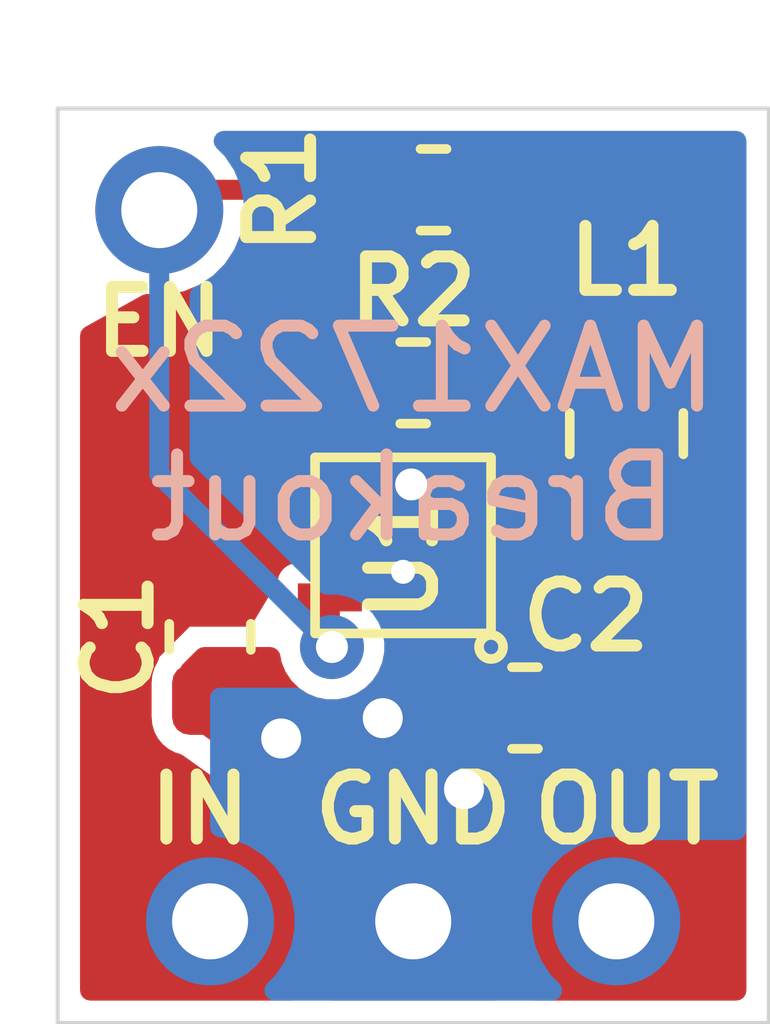
<source format=kicad_pcb>
(kicad_pcb (version 20171130) (host pcbnew "(5.1.6)-1")

  (general
    (thickness 1.6)
    (drawings 9)
    (tracks 24)
    (zones 0)
    (modules 8)
    (nets 7)
  )

  (page A4)
  (layers
    (0 F.Cu signal)
    (31 B.Cu signal)
    (32 B.Adhes user)
    (33 F.Adhes user)
    (34 B.Paste user)
    (35 F.Paste user)
    (36 B.SilkS user)
    (37 F.SilkS user)
    (38 B.Mask user)
    (39 F.Mask user)
    (40 Dwgs.User user)
    (41 Cmts.User user)
    (42 Eco1.User user)
    (43 Eco2.User user)
    (44 Edge.Cuts user)
    (45 Margin user)
    (46 B.CrtYd user)
    (47 F.CrtYd user)
    (48 B.Fab user)
    (49 F.Fab user)
  )

  (setup
    (last_trace_width 0.25)
    (trace_clearance 0.2)
    (zone_clearance 0.254)
    (zone_45_only no)
    (trace_min 0.2)
    (via_size 0.8)
    (via_drill 0.4)
    (via_min_size 0.4)
    (via_min_drill 0.3)
    (uvia_size 0.3)
    (uvia_drill 0.1)
    (uvias_allowed no)
    (uvia_min_size 0.2)
    (uvia_min_drill 0.1)
    (edge_width 0.05)
    (segment_width 0.2)
    (pcb_text_width 0.3)
    (pcb_text_size 1.5 1.5)
    (mod_edge_width 0.12)
    (mod_text_size 1 1)
    (mod_text_width 0.15)
    (pad_size 1.524 1.524)
    (pad_drill 0.762)
    (pad_to_mask_clearance 0.05)
    (aux_axis_origin 124.46 63.5)
    (grid_origin 124.46 63.5)
    (visible_elements 7FFDFFFF)
    (pcbplotparams
      (layerselection 0x010fc_ffffffff)
      (usegerberextensions true)
      (usegerberattributes false)
      (usegerberadvancedattributes false)
      (creategerberjobfile false)
      (excludeedgelayer true)
      (linewidth 0.100000)
      (plotframeref false)
      (viasonmask false)
      (mode 1)
      (useauxorigin false)
      (hpglpennumber 1)
      (hpglpenspeed 20)
      (hpglpendiameter 15.000000)
      (psnegative false)
      (psa4output false)
      (plotreference true)
      (plotvalue true)
      (plotinvisibletext false)
      (padsonsilk false)
      (subtractmaskfromsilk true)
      (outputformat 1)
      (mirror false)
      (drillshape 0)
      (scaleselection 1)
      (outputdirectory "gerber/"))
  )

  (net 0 "")
  (net 1 GND)
  (net 2 VIN)
  (net 3 VOUT)
  (net 4 EN)
  (net 5 "Net-(L1-Pad2)")
  (net 6 "Net-(R2-Pad1)")

  (net_class Default "This is the default net class."
    (clearance 0.2)
    (trace_width 0.25)
    (via_dia 0.8)
    (via_drill 0.4)
    (uvia_dia 0.3)
    (uvia_drill 0.1)
    (add_net EN)
    (add_net GND)
    (add_net "Net-(L1-Pad2)")
    (add_net "Net-(R2-Pad1)")
    (add_net VIN)
    (add_net VOUT)
  )

  (module footprints:uDFN-6 (layer F.Cu) (tedit 5EF2FEAD) (tstamp 5EF35C4A)
    (at 128.778 57.531 180)
    (path /5EC44C13)
    (fp_text reference U1 (at 0 -0.127 90 unlocked) (layer F.SilkS)
      (effects (font (size 0.8 0.8) (thickness 0.15)))
    )
    (fp_text value MAX1722x (at 0 2.032) (layer F.Fab)
      (effects (font (size 1 1) (thickness 0.15)))
    )
    (fp_circle (center -1.1 -1.27) (end -0.95 -1.27) (layer F.SilkS) (width 0.12))
    (fp_line (start -1.1 -1.1) (end 1.1 -1.1) (layer F.SilkS) (width 0.12))
    (fp_line (start 1.1 -1.1) (end 1.1 1.1) (layer F.SilkS) (width 0.12))
    (fp_line (start 1.1 1.1) (end -1.1 1.1) (layer F.SilkS) (width 0.12))
    (fp_line (start -1.1 1.1) (end -1.1 -1.1) (layer F.SilkS) (width 0.12))
    (pad 4 smd rect (at 0.915 0.65 180) (size 0.8 0.35) (layers F.Cu F.Paste F.Mask)
      (net 6 "Net-(R2-Pad1)"))
    (pad 5 smd rect (at 0.915 0 180) (size 0.8 0.35) (layers F.Cu F.Paste F.Mask)
      (net 2 VIN))
    (pad 6 smd rect (at 0.915 -0.65 180) (size 0.8 0.35) (layers F.Cu F.Paste F.Mask)
      (net 4 EN))
    (pad 3 smd rect (at -0.915 0.65 180) (size 0.8 0.35) (layers F.Cu F.Paste F.Mask)
      (net 1 GND))
    (pad 2 smd rect (at -0.915 0 180) (size 0.8 0.35) (layers F.Cu F.Paste F.Mask)
      (net 5 "Net-(L1-Pad2)"))
    (pad 1 smd rect (at -0.915 -0.65 180) (size 0.8 0.35) (layers F.Cu F.Paste F.Mask)
      (net 3 VOUT))
  )

  (module Resistor_SMD:R_0603_1608Metric (layer F.Cu) (tedit 5B301BBD) (tstamp 5EF370E2)
    (at 128.905 55.499)
    (descr "Resistor SMD 0603 (1608 Metric), square (rectangular) end terminal, IPC_7351 nominal, (Body size source: http://www.tortai-tech.com/upload/download/2011102023233369053.pdf), generated with kicad-footprint-generator")
    (tags resistor)
    (path /5EC3B6EF)
    (attr smd)
    (fp_text reference R2 (at 0 -1.143 180) (layer F.SilkS)
      (effects (font (size 0.8 0.8) (thickness 0.15)))
    )
    (fp_text value R (at 0 1.43) (layer F.Fab)
      (effects (font (size 1 1) (thickness 0.15)))
    )
    (fp_line (start 1.48 0.73) (end -1.48 0.73) (layer F.CrtYd) (width 0.05))
    (fp_line (start 1.48 -0.73) (end 1.48 0.73) (layer F.CrtYd) (width 0.05))
    (fp_line (start -1.48 -0.73) (end 1.48 -0.73) (layer F.CrtYd) (width 0.05))
    (fp_line (start -1.48 0.73) (end -1.48 -0.73) (layer F.CrtYd) (width 0.05))
    (fp_line (start -0.162779 0.51) (end 0.162779 0.51) (layer F.SilkS) (width 0.12))
    (fp_line (start -0.162779 -0.51) (end 0.162779 -0.51) (layer F.SilkS) (width 0.12))
    (fp_line (start 0.8 0.4) (end -0.8 0.4) (layer F.Fab) (width 0.1))
    (fp_line (start 0.8 -0.4) (end 0.8 0.4) (layer F.Fab) (width 0.1))
    (fp_line (start -0.8 -0.4) (end 0.8 -0.4) (layer F.Fab) (width 0.1))
    (fp_line (start -0.8 0.4) (end -0.8 -0.4) (layer F.Fab) (width 0.1))
    (fp_text user %R (at 0 0) (layer F.Fab)
      (effects (font (size 0.4 0.4) (thickness 0.06)))
    )
    (pad 2 smd roundrect (at 0.7875 0) (size 0.875 0.95) (layers F.Cu F.Paste F.Mask) (roundrect_rratio 0.25)
      (net 1 GND))
    (pad 1 smd roundrect (at -0.7875 0) (size 0.875 0.95) (layers F.Cu F.Paste F.Mask) (roundrect_rratio 0.25)
      (net 6 "Net-(R2-Pad1)"))
    (model ${KISYS3DMOD}/Resistor_SMD.3dshapes/R_0603_1608Metric.wrl
      (at (xyz 0 0 0))
      (scale (xyz 1 1 1))
      (rotate (xyz 0 0 0))
    )
  )

  (module Resistor_SMD:R_0603_1608Metric (layer F.Cu) (tedit 5B301BBD) (tstamp 5EF39A7C)
    (at 129.159 53.086)
    (descr "Resistor SMD 0603 (1608 Metric), square (rectangular) end terminal, IPC_7351 nominal, (Body size source: http://www.tortai-tech.com/upload/download/2011102023233369053.pdf), generated with kicad-footprint-generator")
    (tags resistor)
    (path /5EC3B21E)
    (attr smd)
    (fp_text reference R1 (at -1.905 0 90 unlocked) (layer F.SilkS)
      (effects (font (size 0.8 0.8) (thickness 0.15)))
    )
    (fp_text value 33M (at 0 1.43) (layer F.Fab)
      (effects (font (size 1 1) (thickness 0.15)))
    )
    (fp_line (start -0.8 0.4) (end -0.8 -0.4) (layer F.Fab) (width 0.1))
    (fp_line (start -0.8 -0.4) (end 0.8 -0.4) (layer F.Fab) (width 0.1))
    (fp_line (start 0.8 -0.4) (end 0.8 0.4) (layer F.Fab) (width 0.1))
    (fp_line (start 0.8 0.4) (end -0.8 0.4) (layer F.Fab) (width 0.1))
    (fp_line (start -0.162779 -0.51) (end 0.162779 -0.51) (layer F.SilkS) (width 0.12))
    (fp_line (start -0.162779 0.51) (end 0.162779 0.51) (layer F.SilkS) (width 0.12))
    (fp_line (start -1.48 0.73) (end -1.48 -0.73) (layer F.CrtYd) (width 0.05))
    (fp_line (start -1.48 -0.73) (end 1.48 -0.73) (layer F.CrtYd) (width 0.05))
    (fp_line (start 1.48 -0.73) (end 1.48 0.73) (layer F.CrtYd) (width 0.05))
    (fp_line (start 1.48 0.73) (end -1.48 0.73) (layer F.CrtYd) (width 0.05))
    (fp_text user %R (at 0 0) (layer F.Fab)
      (effects (font (size 0.4 0.4) (thickness 0.06)))
    )
    (pad 1 smd roundrect (at -0.7875 0) (size 0.875 0.95) (layers F.Cu F.Paste F.Mask) (roundrect_rratio 0.25)
      (net 4 EN))
    (pad 2 smd roundrect (at 0.7875 0) (size 0.875 0.95) (layers F.Cu F.Paste F.Mask) (roundrect_rratio 0.25)
      (net 2 VIN))
    (model ${KISYS3DMOD}/Resistor_SMD.3dshapes/R_0603_1608Metric.wrl
      (at (xyz 0 0 0))
      (scale (xyz 1 1 1))
      (rotate (xyz 0 0 0))
    )
  )

  (module Inductor_SMD:L_0805_2012Metric (layer F.Cu) (tedit 5B36C52B) (tstamp 5EF38DC3)
    (at 131.572 56.134 270)
    (descr "Inductor SMD 0805 (2012 Metric), square (rectangular) end terminal, IPC_7351 nominal, (Body size source: https://docs.google.com/spreadsheets/d/1BsfQQcO9C6DZCsRaXUlFlo91Tg2WpOkGARC1WS5S8t0/edit?usp=sharing), generated with kicad-footprint-generator")
    (tags inductor)
    (path /5EC3A753)
    (attr smd)
    (fp_text reference L1 (at -2.159 0 180) (layer F.SilkS)
      (effects (font (size 0.8 0.8) (thickness 0.15)))
    )
    (fp_text value L (at 0 1.65 90) (layer F.Fab)
      (effects (font (size 1 1) (thickness 0.15)))
    )
    (fp_line (start 1.68 0.95) (end -1.68 0.95) (layer F.CrtYd) (width 0.05))
    (fp_line (start 1.68 -0.95) (end 1.68 0.95) (layer F.CrtYd) (width 0.05))
    (fp_line (start -1.68 -0.95) (end 1.68 -0.95) (layer F.CrtYd) (width 0.05))
    (fp_line (start -1.68 0.95) (end -1.68 -0.95) (layer F.CrtYd) (width 0.05))
    (fp_line (start -0.258578 0.71) (end 0.258578 0.71) (layer F.SilkS) (width 0.12))
    (fp_line (start -0.258578 -0.71) (end 0.258578 -0.71) (layer F.SilkS) (width 0.12))
    (fp_line (start 1 0.6) (end -1 0.6) (layer F.Fab) (width 0.1))
    (fp_line (start 1 -0.6) (end 1 0.6) (layer F.Fab) (width 0.1))
    (fp_line (start -1 -0.6) (end 1 -0.6) (layer F.Fab) (width 0.1))
    (fp_line (start -1 0.6) (end -1 -0.6) (layer F.Fab) (width 0.1))
    (fp_text user %R (at 0 0 90) (layer F.Fab)
      (effects (font (size 0.5 0.5) (thickness 0.08)))
    )
    (pad 2 smd roundrect (at 0.9375 0 270) (size 0.975 1.4) (layers F.Cu F.Paste F.Mask) (roundrect_rratio 0.25)
      (net 5 "Net-(L1-Pad2)"))
    (pad 1 smd roundrect (at -0.9375 0 270) (size 0.975 1.4) (layers F.Cu F.Paste F.Mask) (roundrect_rratio 0.25)
      (net 2 VIN))
    (model ${KISYS3DMOD}/Inductor_SMD.3dshapes/L_0805_2012Metric.wrl
      (at (xyz 0 0 0))
      (scale (xyz 1 1 1))
      (rotate (xyz 0 0 0))
    )
  )

  (module footprints:Connector_2.54mm_01 (layer F.Cu) (tedit 5EB63F94) (tstamp 5EF3743C)
    (at 125.73 53.34)
    (path /5EC4DCD9)
    (fp_text reference J2 (at 0 -1.778) (layer F.Fab)
      (effects (font (size 1 1) (thickness 0.15)))
    )
    (fp_text value Conn_01x01 (at 0 -3.302) (layer F.Fab) hide
      (effects (font (size 1 1) (thickness 0.15)))
    )
    (pad 1 thru_hole circle (at 0 0) (size 1.6 1.6) (drill 0.95) (layers *.Cu *.Mask)
      (net 4 EN))
  )

  (module footprints:Connector_2.54mm_03 (layer F.Cu) (tedit 5EB63FEA) (tstamp 5EF35C03)
    (at 126.365 62.23 90)
    (path /5EC4CDAA)
    (fp_text reference J1 (at 0 -1.778 90) (layer F.Fab)
      (effects (font (size 1 1) (thickness 0.15)))
    )
    (fp_text value Conn_01x03 (at 0 -3.302 90) (layer F.Fab) hide
      (effects (font (size 1 1) (thickness 0.15)))
    )
    (pad 3 thru_hole circle (at 0 5.08 90) (size 1.6 1.6) (drill 0.95) (layers *.Cu *.Mask)
      (net 3 VOUT))
    (pad 2 thru_hole circle (at 0 2.54 90) (size 1.6 1.6) (drill 0.95) (layers *.Cu *.Mask)
      (net 1 GND))
    (pad 1 thru_hole circle (at 0 0 90) (size 1.6 1.6) (drill 0.95) (layers *.Cu *.Mask)
      (net 2 VIN))
  )

  (module Capacitor_SMD:C_0603_1608Metric (layer F.Cu) (tedit 5B301BBE) (tstamp 5EF38F19)
    (at 130.302 59.563 180)
    (descr "Capacitor SMD 0603 (1608 Metric), square (rectangular) end terminal, IPC_7351 nominal, (Body size source: http://www.tortai-tech.com/upload/download/2011102023233369053.pdf), generated with kicad-footprint-generator")
    (tags capacitor)
    (path /5EC3AF87)
    (attr smd)
    (fp_text reference C2 (at -0.762 1.143 unlocked) (layer F.SilkS)
      (effects (font (size 0.8 0.8) (thickness 0.15)))
    )
    (fp_text value 10uF (at 0 1.43) (layer F.Fab)
      (effects (font (size 1 1) (thickness 0.15)))
    )
    (fp_line (start 1.48 0.73) (end -1.48 0.73) (layer F.CrtYd) (width 0.05))
    (fp_line (start 1.48 -0.73) (end 1.48 0.73) (layer F.CrtYd) (width 0.05))
    (fp_line (start -1.48 -0.73) (end 1.48 -0.73) (layer F.CrtYd) (width 0.05))
    (fp_line (start -1.48 0.73) (end -1.48 -0.73) (layer F.CrtYd) (width 0.05))
    (fp_line (start -0.162779 0.51) (end 0.162779 0.51) (layer F.SilkS) (width 0.12))
    (fp_line (start -0.162779 -0.51) (end 0.162779 -0.51) (layer F.SilkS) (width 0.12))
    (fp_line (start 0.8 0.4) (end -0.8 0.4) (layer F.Fab) (width 0.1))
    (fp_line (start 0.8 -0.4) (end 0.8 0.4) (layer F.Fab) (width 0.1))
    (fp_line (start -0.8 -0.4) (end 0.8 -0.4) (layer F.Fab) (width 0.1))
    (fp_line (start -0.8 0.4) (end -0.8 -0.4) (layer F.Fab) (width 0.1))
    (fp_text user %R (at 0 0) (layer F.Fab)
      (effects (font (size 0.4 0.4) (thickness 0.06)))
    )
    (pad 2 smd roundrect (at 0.7875 0 180) (size 0.875 0.95) (layers F.Cu F.Paste F.Mask) (roundrect_rratio 0.25)
      (net 1 GND))
    (pad 1 smd roundrect (at -0.7875 0 180) (size 0.875 0.95) (layers F.Cu F.Paste F.Mask) (roundrect_rratio 0.25)
      (net 3 VOUT))
    (model ${KISYS3DMOD}/Capacitor_SMD.3dshapes/C_0603_1608Metric.wrl
      (at (xyz 0 0 0))
      (scale (xyz 1 1 1))
      (rotate (xyz 0 0 0))
    )
  )

  (module Capacitor_SMD:C_0603_1608Metric (layer F.Cu) (tedit 5B301BBE) (tstamp 5EF365A4)
    (at 126.365 58.674 270)
    (descr "Capacitor SMD 0603 (1608 Metric), square (rectangular) end terminal, IPC_7351 nominal, (Body size source: http://www.tortai-tech.com/upload/download/2011102023233369053.pdf), generated with kicad-footprint-generator")
    (tags capacitor)
    (path /5EC3A1A0)
    (attr smd)
    (fp_text reference C1 (at 0 1.143 90) (layer F.SilkS)
      (effects (font (size 0.8 0.8) (thickness 0.15)))
    )
    (fp_text value 10uF (at 0 1.43 90) (layer F.Fab)
      (effects (font (size 1 1) (thickness 0.15)))
    )
    (fp_line (start 1.48 0.73) (end -1.48 0.73) (layer F.CrtYd) (width 0.05))
    (fp_line (start 1.48 -0.73) (end 1.48 0.73) (layer F.CrtYd) (width 0.05))
    (fp_line (start -1.48 -0.73) (end 1.48 -0.73) (layer F.CrtYd) (width 0.05))
    (fp_line (start -1.48 0.73) (end -1.48 -0.73) (layer F.CrtYd) (width 0.05))
    (fp_line (start -0.162779 0.51) (end 0.162779 0.51) (layer F.SilkS) (width 0.12))
    (fp_line (start -0.162779 -0.51) (end 0.162779 -0.51) (layer F.SilkS) (width 0.12))
    (fp_line (start 0.8 0.4) (end -0.8 0.4) (layer F.Fab) (width 0.1))
    (fp_line (start 0.8 -0.4) (end 0.8 0.4) (layer F.Fab) (width 0.1))
    (fp_line (start -0.8 -0.4) (end 0.8 -0.4) (layer F.Fab) (width 0.1))
    (fp_line (start -0.8 0.4) (end -0.8 -0.4) (layer F.Fab) (width 0.1))
    (fp_text user %R (at 0 0 90) (layer F.Fab)
      (effects (font (size 0.4 0.4) (thickness 0.06)))
    )
    (pad 2 smd roundrect (at 0.7875 0 270) (size 0.875 0.95) (layers F.Cu F.Paste F.Mask) (roundrect_rratio 0.25)
      (net 1 GND))
    (pad 1 smd roundrect (at -0.7875 0 270) (size 0.875 0.95) (layers F.Cu F.Paste F.Mask) (roundrect_rratio 0.25)
      (net 2 VIN))
    (model ${KISYS3DMOD}/Capacitor_SMD.3dshapes/C_0603_1608Metric.wrl
      (at (xyz 0 0 0))
      (scale (xyz 1 1 1))
      (rotate (xyz 0 0 0))
    )
  )

  (gr_text EN (at 125.73 54.737) (layer F.SilkS) (tstamp 5EF34C5B)
    (effects (font (size 0.8 0.8) (thickness 0.15)))
  )
  (gr_text "MAX1722x\nBreakout" (at 128.905 56.134) (layer B.SilkS)
    (effects (font (size 1 1) (thickness 0.15)) (justify mirror))
  )
  (gr_text GND (at 128.905 60.833) (layer F.SilkS)
    (effects (font (size 0.8 0.8) (thickness 0.15)))
  )
  (gr_text OUT (at 131.572 60.833) (layer F.SilkS)
    (effects (font (size 0.8 0.8) (thickness 0.15)))
  )
  (gr_text IN (at 126.238 60.833) (layer F.SilkS) (tstamp 5EF34C56)
    (effects (font (size 0.8 0.8) (thickness 0.15)))
  )
  (gr_line (start 124.46 52.07) (end 124.46 63.5) (layer Edge.Cuts) (width 0.05) (tstamp 5EF36AE8))
  (gr_line (start 133.35 52.07) (end 124.46 52.07) (layer Edge.Cuts) (width 0.05))
  (gr_line (start 133.35 63.5) (end 133.35 52.07) (layer Edge.Cuts) (width 0.05))
  (gr_line (start 124.46 63.5) (end 133.35 63.5) (layer Edge.Cuts) (width 0.05))

  (segment (start 129.693 55.4995) (end 129.6925 55.499) (width 0.25) (layer F.Cu) (net 1) (status 30))
  (segment (start 129.693 56.881) (end 129.693 55.4995) (width 0.25) (layer F.Cu) (net 1) (status 30))
  (via (at 127.254 59.944) (size 0.8) (drill 0.5) (layers F.Cu B.Cu) (net 1))
  (via (at 129.54 60.579) (size 0.8) (drill 0.5) (layers F.Cu B.Cu) (net 1))
  (via (at 128.524 59.69) (size 0.8) (drill 0.5) (layers F.Cu B.Cu) (net 1))
  (via (at 128.8796 56.769) (size 0.7) (drill 0.4) (layers F.Cu B.Cu) (net 1))
  (segment (start 128.9916 56.881) (end 128.8796 56.769) (width 0.25) (layer F.Cu) (net 1))
  (segment (start 129.693 56.881) (end 128.9916 56.881) (width 0.25) (layer F.Cu) (net 1) (status 10))
  (via (at 128.778 57.8612) (size 0.6) (drill 0.3) (layers F.Cu B.Cu) (net 1) (tstamp 5EF34EA2))
  (segment (start 129.9465 53.086) (end 129.9465 54.1275) (width 0.25) (layer F.Cu) (net 2) (status 10))
  (segment (start 131.0155 55.1965) (end 131.572 55.1965) (width 0.25) (layer F.Cu) (net 2) (status 30))
  (segment (start 129.9465 54.1275) (end 131.0155 55.1965) (width 0.25) (layer F.Cu) (net 2) (status 20))
  (segment (start 127.762 58.282) (end 127.863 58.181) (width 0.25) (layer F.Cu) (net 4) (status 30))
  (via (at 127.889 58.801) (size 0.8) (drill 0.4) (layers F.Cu B.Cu) (net 4))
  (segment (start 127.863 58.181) (end 127.863 58.775) (width 0.25) (layer F.Cu) (net 4) (status 10))
  (segment (start 127.863 58.775) (end 127.889 58.801) (width 0.25) (layer F.Cu) (net 4))
  (segment (start 125.73 56.642) (end 125.73 53.34) (width 0.25) (layer B.Cu) (net 4) (status 20))
  (segment (start 127.889 58.801) (end 125.73 56.642) (width 0.25) (layer B.Cu) (net 4))
  (segment (start 125.984 53.086) (end 125.73 53.34) (width 0.25) (layer F.Cu) (net 4) (status 30))
  (segment (start 128.3715 53.086) (end 125.984 53.086) (width 0.25) (layer F.Cu) (net 4) (status 30))
  (segment (start 131.1125 57.531) (end 131.572 57.0715) (width 0.25) (layer F.Cu) (net 5) (status 30))
  (segment (start 129.693 57.531) (end 131.1125 57.531) (width 0.25) (layer F.Cu) (net 5) (status 30))
  (segment (start 127.863 55.7535) (end 128.1175 55.499) (width 0.25) (layer F.Cu) (net 6) (status 30))
  (segment (start 127.863 56.881) (end 127.863 55.7535) (width 0.25) (layer F.Cu) (net 6) (status 30))

  (zone (net 3) (net_name VOUT) (layer F.Cu) (tstamp 5EF49A79) (hatch edge 0.508)
    (connect_pads yes (clearance 0.254))
    (min_thickness 0.254)
    (fill yes (arc_segments 32) (thermal_gap 0.508) (thermal_bridge_width 0.508))
    (polygon
      (pts
        (xy 133.35 63.5) (xy 130.302 63.5) (xy 130.302 58.674) (xy 130.048 58.42) (xy 129.667 58.42)
        (xy 129.667 57.912) (xy 132.334 57.912) (xy 133.35 58.928)
      )
    )
    (filled_polygon
      (pts
        (xy 131.1125 58.039447) (xy 131.117039 58.039) (xy 132.281394 58.039) (xy 132.944 58.701606) (xy 132.944 63.094)
        (xy 130.429 63.094) (xy 130.429 58.674) (xy 130.42656 58.649224) (xy 130.419333 58.625399) (xy 130.407597 58.603443)
        (xy 130.391803 58.584197) (xy 130.137803 58.330197) (xy 130.118557 58.314403) (xy 130.096601 58.302667) (xy 130.072776 58.29544)
        (xy 130.048 58.293) (xy 129.794 58.293) (xy 129.794 58.088843) (xy 130.093 58.088843) (xy 130.167689 58.081487)
        (xy 130.239508 58.059701) (xy 130.278236 58.039) (xy 131.107961 58.039)
      )
    )
  )
  (zone (net 1) (net_name GND) (layer F.Cu) (tstamp 5EF49A76) (hatch edge 0.508)
    (connect_pads yes (clearance 0.254))
    (min_thickness 0.254)
    (fill yes (arc_segments 32) (thermal_gap 0.508) (thermal_bridge_width 0.508))
    (polygon
      (pts
        (xy 129.667 57.15) (xy 129.159 57.15) (xy 129.032 57.277) (xy 129.032 58.42) (xy 129.286 58.674)
        (xy 129.921 58.674) (xy 130.048 58.801) (xy 130.048 63.5) (xy 127.762 63.5) (xy 127.762 60.96)
        (xy 125.984 59.69) (xy 125.984 59.055) (xy 126.238 58.801) (xy 128.143 58.801) (xy 128.397 58.42)
        (xy 128.397 56.642) (xy 128.651 56.388) (xy 129.413 56.388) (xy 129.667 56.388)
      )
    )
    (filled_polygon
      (pts
        (xy 129.54 56.973157) (xy 129.293 56.973157) (xy 129.218311 56.980513) (xy 129.146492 57.002299) (xy 129.080304 57.037678)
        (xy 129.022289 57.085289) (xy 128.974678 57.143304) (xy 128.961573 57.167821) (xy 128.942197 57.187197) (xy 128.926403 57.206443)
        (xy 128.914667 57.228399) (xy 128.90744 57.252224) (xy 128.905 57.277) (xy 128.905 58.42) (xy 128.90744 58.444776)
        (xy 128.914667 58.468601) (xy 128.926403 58.490557) (xy 128.942197 58.509803) (xy 128.944348 58.511954) (xy 128.974678 58.568696)
        (xy 129.022289 58.626711) (xy 129.080304 58.674322) (xy 129.137046 58.704652) (xy 129.196197 58.763803) (xy 129.215443 58.779597)
        (xy 129.237399 58.791333) (xy 129.261224 58.79856) (xy 129.286 58.801) (xy 129.868394 58.801) (xy 129.921 58.853606)
        (xy 129.921 63.094) (xy 127.889 63.094) (xy 127.889 60.96) (xy 127.88656 60.935224) (xy 127.879333 60.911399)
        (xy 127.867597 60.889443) (xy 127.851803 60.870197) (xy 127.835817 60.856656) (xy 126.111 59.624644) (xy 126.111 59.107606)
        (xy 126.290606 58.928) (xy 127.117961 58.928) (xy 127.138013 59.028809) (xy 127.196887 59.170942) (xy 127.282358 59.298859)
        (xy 127.391141 59.407642) (xy 127.519058 59.493113) (xy 127.661191 59.551987) (xy 127.812078 59.582) (xy 127.965922 59.582)
        (xy 128.116809 59.551987) (xy 128.258942 59.493113) (xy 128.386859 59.407642) (xy 128.495642 59.298859) (xy 128.581113 59.170942)
        (xy 128.639987 59.028809) (xy 128.67 58.877922) (xy 128.67 58.724078) (xy 128.639987 58.573191) (xy 128.613325 58.508824)
        (xy 128.616701 58.502508) (xy 128.638487 58.430689) (xy 128.645843 58.356) (xy 128.645843 58.006) (xy 128.638487 57.931311)
        (xy 128.616701 57.859492) (xy 128.614834 57.856) (xy 128.616701 57.852508) (xy 128.638487 57.780689) (xy 128.645843 57.706)
        (xy 128.645843 57.356) (xy 128.638487 57.281311) (xy 128.616701 57.209492) (xy 128.614834 57.206) (xy 128.616701 57.202508)
        (xy 128.638487 57.130689) (xy 128.645843 57.056) (xy 128.645843 56.706) (xy 128.638487 56.631311) (xy 128.626572 56.592034)
        (xy 128.703606 56.515) (xy 129.54 56.515)
      )
    )
  )
  (zone (net 1) (net_name GND) (layer B.Cu) (tstamp 5EF49A73) (hatch edge 0.508)
    (connect_pads yes (clearance 0.254))
    (min_thickness 0.254)
    (fill yes (arc_segments 32) (thermal_gap 0.508) (thermal_bridge_width 0.508))
    (polygon
      (pts
        (xy 133.35 63.5) (xy 124.46 63.5) (xy 124.46 52.07) (xy 133.35 52.07)
      )
    )
    (filled_polygon
      (pts
        (xy 132.944 61.087) (xy 131.752354 61.087) (xy 131.561318 61.049) (xy 131.328682 61.049) (xy 131.100515 61.094386)
        (xy 130.885587 61.183412) (xy 130.692157 61.312658) (xy 130.527658 61.477157) (xy 130.398412 61.670587) (xy 130.309386 61.885515)
        (xy 130.264 62.113682) (xy 130.264 62.346318) (xy 130.309386 62.574485) (xy 130.398412 62.789413) (xy 130.527658 62.982843)
        (xy 130.638815 63.094) (xy 127.171185 63.094) (xy 127.282342 62.982843) (xy 127.411588 62.789413) (xy 127.500614 62.574485)
        (xy 127.546 62.346318) (xy 127.546 62.113682) (xy 127.500614 61.885515) (xy 127.411588 61.670587) (xy 127.282342 61.477157)
        (xy 127.117843 61.312658) (xy 126.924413 61.183412) (xy 126.709485 61.094386) (xy 126.492 61.051125) (xy 126.492 59.436)
        (xy 127.433582 59.436) (xy 127.519058 59.493113) (xy 127.661191 59.551987) (xy 127.812078 59.582) (xy 127.965922 59.582)
        (xy 128.116809 59.551987) (xy 128.258942 59.493113) (xy 128.386859 59.407642) (xy 128.495642 59.298859) (xy 128.581113 59.170942)
        (xy 128.639987 59.028809) (xy 128.67 58.877922) (xy 128.67 58.724078) (xy 128.639987 58.573191) (xy 128.581113 58.431058)
        (xy 128.495642 58.303141) (xy 128.386859 58.194358) (xy 128.258942 58.108887) (xy 128.116809 58.050013) (xy 127.965922 58.02)
        (xy 127.823592 58.02) (xy 126.236 56.432409) (xy 126.236 54.408712) (xy 126.289413 54.386588) (xy 126.482843 54.257342)
        (xy 126.647342 54.092843) (xy 126.776588 53.899413) (xy 126.865614 53.684485) (xy 126.911 53.456318) (xy 126.911 53.223682)
        (xy 126.865614 52.995515) (xy 126.776588 52.780587) (xy 126.647342 52.587157) (xy 126.536185 52.476) (xy 132.944001 52.476)
      )
    )
  )
  (zone (net 2) (net_name VIN) (layer F.Cu) (tstamp 5EF49A70) (hatch edge 0.508)
    (connect_pads yes (clearance 0.254))
    (min_thickness 0.254)
    (fill yes (arc_segments 32) (thermal_gap 0.508) (thermal_bridge_width 0.508))
    (polygon
      (pts
        (xy 127.889 57.912) (xy 127.254 57.912) (xy 126.873 58.547) (xy 126.111 58.547) (xy 125.73 58.928)
        (xy 125.73 59.944) (xy 127.508 61.214) (xy 127.508 63.5) (xy 124.46 63.5) (xy 124.46 54.991)
        (xy 126.746 53.721) (xy 132.334 53.721) (xy 132.842 54.229) (xy 132.842 55.372) (xy 130.556 55.372)
        (xy 130.048 54.864) (xy 127.762 54.864) (xy 127.254 55.372) (xy 127.254 57.15) (xy 127.889 57.15)
      )
    )
    (filled_polygon
      (pts
        (xy 127.92253 53.898049) (xy 128.035385 53.932284) (xy 128.15275 53.943843) (xy 128.59025 53.943843) (xy 128.707615 53.932284)
        (xy 128.82047 53.898049) (xy 128.914105 53.848) (xy 132.281394 53.848) (xy 132.715 54.281606) (xy 132.715 55.245)
        (xy 130.608606 55.245) (xy 130.502627 55.139021) (xy 130.501284 55.125385) (xy 130.467049 55.01253) (xy 130.411456 54.908523)
        (xy 130.33664 54.81736) (xy 130.245477 54.742544) (xy 130.14147 54.686951) (xy 130.028615 54.652716) (xy 129.91125 54.641157)
        (xy 129.47375 54.641157) (xy 129.356385 54.652716) (xy 129.24353 54.686951) (xy 129.149895 54.737) (xy 128.660105 54.737)
        (xy 128.56647 54.686951) (xy 128.453615 54.652716) (xy 128.33625 54.641157) (xy 127.89875 54.641157) (xy 127.781385 54.652716)
        (xy 127.66853 54.686951) (xy 127.564523 54.742544) (xy 127.47336 54.81736) (xy 127.398544 54.908523) (xy 127.342951 55.01253)
        (xy 127.308716 55.125385) (xy 127.307373 55.139021) (xy 127.164197 55.282197) (xy 127.148403 55.301443) (xy 127.136667 55.323399)
        (xy 127.12944 55.347224) (xy 127.127 55.372) (xy 127.127 56.526376) (xy 127.109299 56.559492) (xy 127.087513 56.631311)
        (xy 127.080157 56.706) (xy 127.080157 57.056) (xy 127.087513 57.130689) (xy 127.109299 57.202508) (xy 127.144678 57.268696)
        (xy 127.192289 57.326711) (xy 127.250304 57.374322) (xy 127.316492 57.409701) (xy 127.388311 57.431487) (xy 127.463 57.438843)
        (xy 127.762 57.438843) (xy 127.762 57.623157) (xy 127.463 57.623157) (xy 127.388311 57.630513) (xy 127.316492 57.652299)
        (xy 127.250304 57.687678) (xy 127.192289 57.735289) (xy 127.144678 57.793304) (xy 127.109299 57.859492) (xy 127.087513 57.931311)
        (xy 127.086179 57.944858) (xy 126.801093 58.42) (xy 126.111 58.42) (xy 126.086224 58.42244) (xy 126.062399 58.429667)
        (xy 126.040443 58.441403) (xy 126.021197 58.457197) (xy 125.640197 58.838197) (xy 125.624403 58.857443) (xy 125.612667 58.879399)
        (xy 125.60544 58.903224) (xy 125.604099 58.916839) (xy 125.552951 59.01253) (xy 125.518716 59.125385) (xy 125.507157 59.24275)
        (xy 125.507157 59.68025) (xy 125.518716 59.797615) (xy 125.552951 59.91047) (xy 125.608544 60.014477) (xy 125.68336 60.10564)
        (xy 125.774523 60.180456) (xy 125.87853 60.236049) (xy 125.951257 60.258111) (xy 127.381 61.279356) (xy 127.381 63.094)
        (xy 124.866 63.094) (xy 124.866 54.910727) (xy 125.579682 54.514237) (xy 125.613682 54.521) (xy 125.846318 54.521)
        (xy 126.074485 54.475614) (xy 126.289413 54.386588) (xy 126.482843 54.257342) (xy 126.647342 54.092843) (xy 126.776588 53.899413)
        (xy 126.797884 53.848) (xy 127.828895 53.848)
      )
    )
  )
  (zone (net 0) (net_name "") (layer B.Cu) (tstamp 0) (hatch edge 0.508)
    (connect_pads (clearance 0.254))
    (min_thickness 0.254)
    (keepout (tracks allowed) (vias allowed) (copperpour not_allowed))
    (fill (arc_segments 32) (thermal_gap 0.508) (thermal_bridge_width 0.508))
    (polygon
      (pts
        (xy 127.762 59.309) (xy 124.46 59.309) (xy 124.46 59.055) (xy 127.762 59.055)
      )
    )
  )
  (zone (net 0) (net_name "") (layer B.Cu) (tstamp 0) (hatch edge 0.508)
    (connect_pads (clearance 0.254))
    (min_thickness 0.254)
    (keepout (tracks allowed) (vias allowed) (copperpour not_allowed))
    (fill (arc_segments 32) (thermal_gap 0.508) (thermal_bridge_width 0.508))
    (polygon
      (pts
        (xy 133.35 61.468) (xy 131.445 61.468) (xy 131.445 61.214) (xy 133.35 61.214)
      )
    )
  )
  (zone (net 0) (net_name "") (layer B.Cu) (tstamp 0) (hatch edge 0.508)
    (connect_pads (clearance 0.254))
    (min_thickness 0.254)
    (keepout (tracks allowed) (vias allowed) (copperpour not_allowed))
    (fill (arc_segments 32) (thermal_gap 0.508) (thermal_bridge_width 0.508))
    (polygon
      (pts
        (xy 126.365 61.468) (xy 124.46 61.468) (xy 124.46 59.309) (xy 126.365 59.309)
      )
    )
  )
)

</source>
